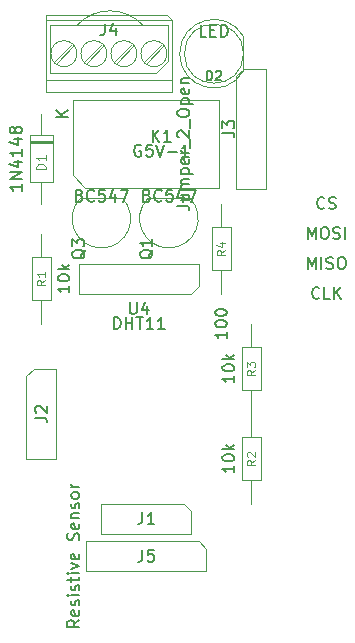
<source format=gbr>
G04 #@! TF.GenerationSoftware,KiCad,Pcbnew,5.1.5-52549c5~86~ubuntu18.04.1*
G04 #@! TF.CreationDate,2020-03-29T17:49:25+00:00*
G04 #@! TF.ProjectId,PIS,5049532e-6b69-4636-9164-5f7063625858,rev?*
G04 #@! TF.SameCoordinates,Original*
G04 #@! TF.FileFunction,Other,Fab,Top*
%FSLAX46Y46*%
G04 Gerber Fmt 4.6, Leading zero omitted, Abs format (unit mm)*
G04 Created by KiCad (PCBNEW 5.1.5-52549c5~86~ubuntu18.04.1) date 2020-03-29 17:49:25*
%MOMM*%
%LPD*%
G04 APERTURE LIST*
%ADD10C,0.100000*%
%ADD11C,0.120000*%
%ADD12C,0.150000*%
%ADD13C,0.108000*%
%ADD14C,0.200000*%
G04 APERTURE END LIST*
D10*
X125029000Y-107515000D02*
X126564000Y-105980000D01*
X124895000Y-107380000D02*
X126430000Y-105845000D01*
X127569000Y-107515000D02*
X129104000Y-105980000D01*
X127435000Y-107380000D02*
X128970000Y-105845000D01*
X130109000Y-107515000D02*
X131644000Y-105980000D01*
X129975000Y-107380000D02*
X131510000Y-105845000D01*
X132649000Y-107515000D02*
X134185000Y-105980000D01*
X132515000Y-107380000D02*
X134051000Y-105845000D01*
X134850000Y-108930000D02*
X124230000Y-108930000D01*
X134850000Y-103830000D02*
X124230000Y-103830000D01*
X134850000Y-103830000D02*
X134850000Y-109930000D01*
X134450000Y-103430000D02*
X134850000Y-103830000D01*
X124230000Y-103430000D02*
X134450000Y-103430000D01*
X124230000Y-109930000D02*
X124230000Y-103430000D01*
X134850000Y-109930000D02*
X124230000Y-109930000D01*
X126830000Y-106680000D02*
G75*
G03X126830000Y-106680000I-1100000J0D01*
G01*
X129370000Y-106680000D02*
G75*
G03X129370000Y-106680000I-1100000J0D01*
G01*
X131910000Y-106680000D02*
G75*
G03X131910000Y-106680000I-1100000J0D01*
G01*
X134450000Y-106680000D02*
G75*
G03X134450000Y-106680000I-1100000J0D01*
G01*
X133550000Y-108280000D02*
X134550000Y-107280000D01*
X132393034Y-104243855D02*
G75*
G03X126880000Y-104230000I-2763034J-2586145D01*
G01*
X134550000Y-104280000D02*
X134550000Y-107280000D01*
X124550000Y-104280000D02*
X134550000Y-104280000D01*
X124550000Y-108280000D02*
X124550000Y-104280000D01*
X133550000Y-108280000D02*
X124550000Y-108280000D01*
X137160000Y-147955000D02*
X137795000Y-148590000D01*
X127635000Y-147955000D02*
X137160000Y-147955000D01*
X127635000Y-150495000D02*
X127635000Y-147955000D01*
X137795000Y-150495000D02*
X127635000Y-150495000D01*
X137795000Y-148590000D02*
X137795000Y-150495000D01*
X127000000Y-124460000D02*
X137160000Y-124460000D01*
X127000000Y-127000000D02*
X127000000Y-124460000D01*
X136525000Y-127000000D02*
X127000000Y-127000000D01*
X137160000Y-126365000D02*
X136525000Y-127000000D01*
X137160000Y-124460000D02*
X137160000Y-126365000D01*
X139065000Y-119380000D02*
X139065000Y-121390000D01*
X139065000Y-127000000D02*
X139065000Y-124990000D01*
X138265000Y-121390000D02*
X138265000Y-124990000D01*
X139865000Y-121390000D02*
X138265000Y-121390000D01*
X139865000Y-124990000D02*
X139865000Y-121390000D01*
X138265000Y-124990000D02*
X139865000Y-124990000D01*
X140930000Y-108149694D02*
X140930000Y-105210306D01*
X140930000Y-106680000D02*
G75*
G03X140930000Y-106680000I-2500000J0D01*
G01*
X140930016Y-105210334D02*
G75*
G03X140930000Y-108149694I-2500016J-1469666D01*
G01*
X136373625Y-118896375D02*
G75*
G02X134620000Y-123130000I-1753625J-1753625D01*
G01*
X132866375Y-118896375D02*
G75*
G03X134620000Y-123130000I1753625J-1753625D01*
G01*
X136390000Y-118900000D02*
X132890000Y-118900000D01*
X124825000Y-114070000D02*
X122825000Y-114070000D01*
X124825000Y-114270000D02*
X122825000Y-114270000D01*
X124825000Y-114170000D02*
X122825000Y-114170000D01*
X123825000Y-119380000D02*
X123825000Y-117570000D01*
X123825000Y-111760000D02*
X123825000Y-113570000D01*
X124825000Y-117570000D02*
X124825000Y-113570000D01*
X122825000Y-117570000D02*
X124825000Y-117570000D01*
X122825000Y-113570000D02*
X122825000Y-117570000D01*
X124825000Y-113570000D02*
X122825000Y-113570000D01*
D11*
X127535000Y-118040000D02*
X126535000Y-116940000D01*
X138835000Y-118040000D02*
X127535000Y-118040000D01*
X138835000Y-110640000D02*
X138835000Y-118040000D01*
X126535000Y-110640000D02*
X138835000Y-110640000D01*
X126535000Y-116940000D02*
X126535000Y-110640000D01*
D10*
X141605000Y-137160000D02*
X141605000Y-135150000D01*
X141605000Y-129540000D02*
X141605000Y-131550000D01*
X142405000Y-135150000D02*
X142405000Y-131550000D01*
X140805000Y-135150000D02*
X142405000Y-135150000D01*
X140805000Y-131550000D02*
X140805000Y-135150000D01*
X142405000Y-131550000D02*
X140805000Y-131550000D01*
X141605000Y-144780000D02*
X141605000Y-142770000D01*
X141605000Y-137160000D02*
X141605000Y-139170000D01*
X142405000Y-142770000D02*
X142405000Y-139170000D01*
X140805000Y-142770000D02*
X142405000Y-142770000D01*
X140805000Y-139170000D02*
X140805000Y-142770000D01*
X142405000Y-139170000D02*
X140805000Y-139170000D01*
X130658625Y-118896375D02*
G75*
G02X128905000Y-123130000I-1753625J-1753625D01*
G01*
X127151375Y-118896375D02*
G75*
G03X128905000Y-123130000I1753625J-1753625D01*
G01*
X130675000Y-118900000D02*
X127175000Y-118900000D01*
X122555000Y-133985000D02*
X123190000Y-133350000D01*
X122555000Y-140970000D02*
X122555000Y-133985000D01*
X125095000Y-140970000D02*
X122555000Y-140970000D01*
X125095000Y-133350000D02*
X125095000Y-140970000D01*
X123190000Y-133350000D02*
X125095000Y-133350000D01*
X135890000Y-144780000D02*
X136525000Y-145415000D01*
X128905000Y-144780000D02*
X135890000Y-144780000D01*
X128905000Y-147320000D02*
X128905000Y-144780000D01*
X136525000Y-147320000D02*
X128905000Y-147320000D01*
X136525000Y-145415000D02*
X136525000Y-147320000D01*
X123825000Y-121920000D02*
X123825000Y-123930000D01*
X123825000Y-129540000D02*
X123825000Y-127530000D01*
X123025000Y-123930000D02*
X123025000Y-127530000D01*
X124625000Y-123930000D02*
X123025000Y-123930000D01*
X124625000Y-127530000D02*
X124625000Y-123930000D01*
X123025000Y-127530000D02*
X124625000Y-127530000D01*
X140335000Y-108585000D02*
X140970000Y-107950000D01*
X140335000Y-118110000D02*
X140335000Y-108585000D01*
X142875000Y-118110000D02*
X140335000Y-118110000D01*
X142875000Y-107950000D02*
X142875000Y-118110000D01*
X140970000Y-107950000D02*
X142875000Y-107950000D01*
D12*
X135337380Y-119561904D02*
X136051666Y-119561904D01*
X136194523Y-119609523D01*
X136289761Y-119704761D01*
X136337380Y-119847619D01*
X136337380Y-119942857D01*
X135670714Y-118657142D02*
X136337380Y-118657142D01*
X135670714Y-119085714D02*
X136194523Y-119085714D01*
X136289761Y-119038095D01*
X136337380Y-118942857D01*
X136337380Y-118800000D01*
X136289761Y-118704761D01*
X136242142Y-118657142D01*
X136337380Y-118180952D02*
X135670714Y-118180952D01*
X135765952Y-118180952D02*
X135718333Y-118133333D01*
X135670714Y-118038095D01*
X135670714Y-117895238D01*
X135718333Y-117800000D01*
X135813571Y-117752380D01*
X136337380Y-117752380D01*
X135813571Y-117752380D02*
X135718333Y-117704761D01*
X135670714Y-117609523D01*
X135670714Y-117466666D01*
X135718333Y-117371428D01*
X135813571Y-117323809D01*
X136337380Y-117323809D01*
X135670714Y-116847619D02*
X136670714Y-116847619D01*
X135718333Y-116847619D02*
X135670714Y-116752380D01*
X135670714Y-116561904D01*
X135718333Y-116466666D01*
X135765952Y-116419047D01*
X135861190Y-116371428D01*
X136146904Y-116371428D01*
X136242142Y-116419047D01*
X136289761Y-116466666D01*
X136337380Y-116561904D01*
X136337380Y-116752380D01*
X136289761Y-116847619D01*
X136289761Y-115561904D02*
X136337380Y-115657142D01*
X136337380Y-115847619D01*
X136289761Y-115942857D01*
X136194523Y-115990476D01*
X135813571Y-115990476D01*
X135718333Y-115942857D01*
X135670714Y-115847619D01*
X135670714Y-115657142D01*
X135718333Y-115561904D01*
X135813571Y-115514285D01*
X135908809Y-115514285D01*
X136004047Y-115990476D01*
X136337380Y-115085714D02*
X135670714Y-115085714D01*
X135861190Y-115085714D02*
X135765952Y-115038095D01*
X135718333Y-114990476D01*
X135670714Y-114895238D01*
X135670714Y-114800000D01*
X136432619Y-114704761D02*
X136432619Y-113942857D01*
X135432619Y-113752380D02*
X135385000Y-113704761D01*
X135337380Y-113609523D01*
X135337380Y-113371428D01*
X135385000Y-113276190D01*
X135432619Y-113228571D01*
X135527857Y-113180952D01*
X135623095Y-113180952D01*
X135765952Y-113228571D01*
X136337380Y-113800000D01*
X136337380Y-113180952D01*
X136432619Y-112990476D02*
X136432619Y-112228571D01*
X135337380Y-111800000D02*
X135337380Y-111609523D01*
X135385000Y-111514285D01*
X135480238Y-111419047D01*
X135670714Y-111371428D01*
X136004047Y-111371428D01*
X136194523Y-111419047D01*
X136289761Y-111514285D01*
X136337380Y-111609523D01*
X136337380Y-111800000D01*
X136289761Y-111895238D01*
X136194523Y-111990476D01*
X136004047Y-112038095D01*
X135670714Y-112038095D01*
X135480238Y-111990476D01*
X135385000Y-111895238D01*
X135337380Y-111800000D01*
X135670714Y-110942857D02*
X136670714Y-110942857D01*
X135718333Y-110942857D02*
X135670714Y-110847619D01*
X135670714Y-110657142D01*
X135718333Y-110561904D01*
X135765952Y-110514285D01*
X135861190Y-110466666D01*
X136146904Y-110466666D01*
X136242142Y-110514285D01*
X136289761Y-110561904D01*
X136337380Y-110657142D01*
X136337380Y-110847619D01*
X136289761Y-110942857D01*
X136289761Y-109657142D02*
X136337380Y-109752380D01*
X136337380Y-109942857D01*
X136289761Y-110038095D01*
X136194523Y-110085714D01*
X135813571Y-110085714D01*
X135718333Y-110038095D01*
X135670714Y-109942857D01*
X135670714Y-109752380D01*
X135718333Y-109657142D01*
X135813571Y-109609523D01*
X135908809Y-109609523D01*
X136004047Y-110085714D01*
X135670714Y-109180952D02*
X136337380Y-109180952D01*
X135765952Y-109180952D02*
X135718333Y-109133333D01*
X135670714Y-109038095D01*
X135670714Y-108895238D01*
X135718333Y-108800000D01*
X135813571Y-108752380D01*
X136337380Y-108752380D01*
X129206666Y-104132380D02*
X129206666Y-104846666D01*
X129159047Y-104989523D01*
X129063809Y-105084761D01*
X128920952Y-105132380D01*
X128825714Y-105132380D01*
X130111428Y-104465714D02*
X130111428Y-105132380D01*
X129873333Y-104084761D02*
X129635238Y-104799047D01*
X130254285Y-104799047D01*
X127027380Y-154629761D02*
X126551190Y-154963095D01*
X127027380Y-155201190D02*
X126027380Y-155201190D01*
X126027380Y-154820238D01*
X126075000Y-154725000D01*
X126122619Y-154677380D01*
X126217857Y-154629761D01*
X126360714Y-154629761D01*
X126455952Y-154677380D01*
X126503571Y-154725000D01*
X126551190Y-154820238D01*
X126551190Y-155201190D01*
X126979761Y-153820238D02*
X127027380Y-153915476D01*
X127027380Y-154105952D01*
X126979761Y-154201190D01*
X126884523Y-154248809D01*
X126503571Y-154248809D01*
X126408333Y-154201190D01*
X126360714Y-154105952D01*
X126360714Y-153915476D01*
X126408333Y-153820238D01*
X126503571Y-153772619D01*
X126598809Y-153772619D01*
X126694047Y-154248809D01*
X126979761Y-153391666D02*
X127027380Y-153296428D01*
X127027380Y-153105952D01*
X126979761Y-153010714D01*
X126884523Y-152963095D01*
X126836904Y-152963095D01*
X126741666Y-153010714D01*
X126694047Y-153105952D01*
X126694047Y-153248809D01*
X126646428Y-153344047D01*
X126551190Y-153391666D01*
X126503571Y-153391666D01*
X126408333Y-153344047D01*
X126360714Y-153248809D01*
X126360714Y-153105952D01*
X126408333Y-153010714D01*
X127027380Y-152534523D02*
X126360714Y-152534523D01*
X126027380Y-152534523D02*
X126075000Y-152582142D01*
X126122619Y-152534523D01*
X126075000Y-152486904D01*
X126027380Y-152534523D01*
X126122619Y-152534523D01*
X126979761Y-152105952D02*
X127027380Y-152010714D01*
X127027380Y-151820238D01*
X126979761Y-151725000D01*
X126884523Y-151677380D01*
X126836904Y-151677380D01*
X126741666Y-151725000D01*
X126694047Y-151820238D01*
X126694047Y-151963095D01*
X126646428Y-152058333D01*
X126551190Y-152105952D01*
X126503571Y-152105952D01*
X126408333Y-152058333D01*
X126360714Y-151963095D01*
X126360714Y-151820238D01*
X126408333Y-151725000D01*
X126360714Y-151391666D02*
X126360714Y-151010714D01*
X126027380Y-151248809D02*
X126884523Y-151248809D01*
X126979761Y-151201190D01*
X127027380Y-151105952D01*
X127027380Y-151010714D01*
X127027380Y-150677380D02*
X126360714Y-150677380D01*
X126027380Y-150677380D02*
X126075000Y-150725000D01*
X126122619Y-150677380D01*
X126075000Y-150629761D01*
X126027380Y-150677380D01*
X126122619Y-150677380D01*
X126360714Y-150296428D02*
X127027380Y-150058333D01*
X126360714Y-149820238D01*
X126979761Y-149058333D02*
X127027380Y-149153571D01*
X127027380Y-149344047D01*
X126979761Y-149439285D01*
X126884523Y-149486904D01*
X126503571Y-149486904D01*
X126408333Y-149439285D01*
X126360714Y-149344047D01*
X126360714Y-149153571D01*
X126408333Y-149058333D01*
X126503571Y-149010714D01*
X126598809Y-149010714D01*
X126694047Y-149486904D01*
X126979761Y-147867857D02*
X127027380Y-147725000D01*
X127027380Y-147486904D01*
X126979761Y-147391666D01*
X126932142Y-147344047D01*
X126836904Y-147296428D01*
X126741666Y-147296428D01*
X126646428Y-147344047D01*
X126598809Y-147391666D01*
X126551190Y-147486904D01*
X126503571Y-147677380D01*
X126455952Y-147772619D01*
X126408333Y-147820238D01*
X126313095Y-147867857D01*
X126217857Y-147867857D01*
X126122619Y-147820238D01*
X126075000Y-147772619D01*
X126027380Y-147677380D01*
X126027380Y-147439285D01*
X126075000Y-147296428D01*
X126979761Y-146486904D02*
X127027380Y-146582142D01*
X127027380Y-146772619D01*
X126979761Y-146867857D01*
X126884523Y-146915476D01*
X126503571Y-146915476D01*
X126408333Y-146867857D01*
X126360714Y-146772619D01*
X126360714Y-146582142D01*
X126408333Y-146486904D01*
X126503571Y-146439285D01*
X126598809Y-146439285D01*
X126694047Y-146915476D01*
X126360714Y-146010714D02*
X127027380Y-146010714D01*
X126455952Y-146010714D02*
X126408333Y-145963095D01*
X126360714Y-145867857D01*
X126360714Y-145725000D01*
X126408333Y-145629761D01*
X126503571Y-145582142D01*
X127027380Y-145582142D01*
X126979761Y-145153571D02*
X127027380Y-145058333D01*
X127027380Y-144867857D01*
X126979761Y-144772619D01*
X126884523Y-144725000D01*
X126836904Y-144725000D01*
X126741666Y-144772619D01*
X126694047Y-144867857D01*
X126694047Y-145010714D01*
X126646428Y-145105952D01*
X126551190Y-145153571D01*
X126503571Y-145153571D01*
X126408333Y-145105952D01*
X126360714Y-145010714D01*
X126360714Y-144867857D01*
X126408333Y-144772619D01*
X127027380Y-144153571D02*
X126979761Y-144248809D01*
X126932142Y-144296428D01*
X126836904Y-144344047D01*
X126551190Y-144344047D01*
X126455952Y-144296428D01*
X126408333Y-144248809D01*
X126360714Y-144153571D01*
X126360714Y-144010714D01*
X126408333Y-143915476D01*
X126455952Y-143867857D01*
X126551190Y-143820238D01*
X126836904Y-143820238D01*
X126932142Y-143867857D01*
X126979761Y-143915476D01*
X127027380Y-144010714D01*
X127027380Y-144153571D01*
X127027380Y-143391666D02*
X126360714Y-143391666D01*
X126551190Y-143391666D02*
X126455952Y-143344047D01*
X126408333Y-143296428D01*
X126360714Y-143201190D01*
X126360714Y-143105952D01*
X132381666Y-148677380D02*
X132381666Y-149391666D01*
X132334047Y-149534523D01*
X132238809Y-149629761D01*
X132095952Y-149677380D01*
X132000714Y-149677380D01*
X133334047Y-148677380D02*
X132857857Y-148677380D01*
X132810238Y-149153571D01*
X132857857Y-149105952D01*
X132953095Y-149058333D01*
X133191190Y-149058333D01*
X133286428Y-149105952D01*
X133334047Y-149153571D01*
X133381666Y-149248809D01*
X133381666Y-149486904D01*
X133334047Y-149582142D01*
X133286428Y-149629761D01*
X133191190Y-149677380D01*
X132953095Y-149677380D01*
X132857857Y-149629761D01*
X132810238Y-149582142D01*
X129960952Y-129992380D02*
X129960952Y-128992380D01*
X130199047Y-128992380D01*
X130341904Y-129040000D01*
X130437142Y-129135238D01*
X130484761Y-129230476D01*
X130532380Y-129420952D01*
X130532380Y-129563809D01*
X130484761Y-129754285D01*
X130437142Y-129849523D01*
X130341904Y-129944761D01*
X130199047Y-129992380D01*
X129960952Y-129992380D01*
X130960952Y-129992380D02*
X130960952Y-128992380D01*
X130960952Y-129468571D02*
X131532380Y-129468571D01*
X131532380Y-129992380D02*
X131532380Y-128992380D01*
X131865714Y-128992380D02*
X132437142Y-128992380D01*
X132151428Y-129992380D02*
X132151428Y-128992380D01*
X133294285Y-129992380D02*
X132722857Y-129992380D01*
X133008571Y-129992380D02*
X133008571Y-128992380D01*
X132913333Y-129135238D01*
X132818095Y-129230476D01*
X132722857Y-129278095D01*
X134246666Y-129992380D02*
X133675238Y-129992380D01*
X133960952Y-129992380D02*
X133960952Y-128992380D01*
X133865714Y-129135238D01*
X133770476Y-129230476D01*
X133675238Y-129278095D01*
X131318095Y-127722380D02*
X131318095Y-128531904D01*
X131365714Y-128627142D01*
X131413333Y-128674761D01*
X131508571Y-128722380D01*
X131699047Y-128722380D01*
X131794285Y-128674761D01*
X131841904Y-128627142D01*
X131889523Y-128531904D01*
X131889523Y-127722380D01*
X132794285Y-128055714D02*
X132794285Y-128722380D01*
X132556190Y-127674761D02*
X132318095Y-128389047D01*
X132937142Y-128389047D01*
X147788333Y-119737142D02*
X147740714Y-119784761D01*
X147597857Y-119832380D01*
X147502619Y-119832380D01*
X147359761Y-119784761D01*
X147264523Y-119689523D01*
X147216904Y-119594285D01*
X147169285Y-119403809D01*
X147169285Y-119260952D01*
X147216904Y-119070476D01*
X147264523Y-118975238D01*
X147359761Y-118880000D01*
X147502619Y-118832380D01*
X147597857Y-118832380D01*
X147740714Y-118880000D01*
X147788333Y-118927619D01*
X148169285Y-119784761D02*
X148312142Y-119832380D01*
X148550238Y-119832380D01*
X148645476Y-119784761D01*
X148693095Y-119737142D01*
X148740714Y-119641904D01*
X148740714Y-119546666D01*
X148693095Y-119451428D01*
X148645476Y-119403809D01*
X148550238Y-119356190D01*
X148359761Y-119308571D01*
X148264523Y-119260952D01*
X148216904Y-119213333D01*
X148169285Y-119118095D01*
X148169285Y-119022857D01*
X148216904Y-118927619D01*
X148264523Y-118880000D01*
X148359761Y-118832380D01*
X148597857Y-118832380D01*
X148740714Y-118880000D01*
X146383571Y-122372380D02*
X146383571Y-121372380D01*
X146716904Y-122086666D01*
X147050238Y-121372380D01*
X147050238Y-122372380D01*
X147716904Y-121372380D02*
X147907380Y-121372380D01*
X148002619Y-121420000D01*
X148097857Y-121515238D01*
X148145476Y-121705714D01*
X148145476Y-122039047D01*
X148097857Y-122229523D01*
X148002619Y-122324761D01*
X147907380Y-122372380D01*
X147716904Y-122372380D01*
X147621666Y-122324761D01*
X147526428Y-122229523D01*
X147478809Y-122039047D01*
X147478809Y-121705714D01*
X147526428Y-121515238D01*
X147621666Y-121420000D01*
X147716904Y-121372380D01*
X148526428Y-122324761D02*
X148669285Y-122372380D01*
X148907380Y-122372380D01*
X149002619Y-122324761D01*
X149050238Y-122277142D01*
X149097857Y-122181904D01*
X149097857Y-122086666D01*
X149050238Y-121991428D01*
X149002619Y-121943809D01*
X148907380Y-121896190D01*
X148716904Y-121848571D01*
X148621666Y-121800952D01*
X148574047Y-121753333D01*
X148526428Y-121658095D01*
X148526428Y-121562857D01*
X148574047Y-121467619D01*
X148621666Y-121420000D01*
X148716904Y-121372380D01*
X148955000Y-121372380D01*
X149097857Y-121420000D01*
X149526428Y-122372380D02*
X149526428Y-121372380D01*
X146383571Y-124912380D02*
X146383571Y-123912380D01*
X146716904Y-124626666D01*
X147050238Y-123912380D01*
X147050238Y-124912380D01*
X147526428Y-124912380D02*
X147526428Y-123912380D01*
X147955000Y-124864761D02*
X148097857Y-124912380D01*
X148335952Y-124912380D01*
X148431190Y-124864761D01*
X148478809Y-124817142D01*
X148526428Y-124721904D01*
X148526428Y-124626666D01*
X148478809Y-124531428D01*
X148431190Y-124483809D01*
X148335952Y-124436190D01*
X148145476Y-124388571D01*
X148050238Y-124340952D01*
X148002619Y-124293333D01*
X147955000Y-124198095D01*
X147955000Y-124102857D01*
X148002619Y-124007619D01*
X148050238Y-123960000D01*
X148145476Y-123912380D01*
X148383571Y-123912380D01*
X148526428Y-123960000D01*
X149145476Y-123912380D02*
X149335952Y-123912380D01*
X149431190Y-123960000D01*
X149526428Y-124055238D01*
X149574047Y-124245714D01*
X149574047Y-124579047D01*
X149526428Y-124769523D01*
X149431190Y-124864761D01*
X149335952Y-124912380D01*
X149145476Y-124912380D01*
X149050238Y-124864761D01*
X148955000Y-124769523D01*
X148907380Y-124579047D01*
X148907380Y-124245714D01*
X148955000Y-124055238D01*
X149050238Y-123960000D01*
X149145476Y-123912380D01*
X147359761Y-127357142D02*
X147312142Y-127404761D01*
X147169285Y-127452380D01*
X147074047Y-127452380D01*
X146931190Y-127404761D01*
X146835952Y-127309523D01*
X146788333Y-127214285D01*
X146740714Y-127023809D01*
X146740714Y-126880952D01*
X146788333Y-126690476D01*
X146835952Y-126595238D01*
X146931190Y-126500000D01*
X147074047Y-126452380D01*
X147169285Y-126452380D01*
X147312142Y-126500000D01*
X147359761Y-126547619D01*
X148264523Y-127452380D02*
X147788333Y-127452380D01*
X147788333Y-126452380D01*
X148597857Y-127452380D02*
X148597857Y-126452380D01*
X149169285Y-127452380D02*
X148740714Y-126880952D01*
X149169285Y-126452380D02*
X148597857Y-127023809D01*
X139517380Y-130206666D02*
X139517380Y-130778095D01*
X139517380Y-130492380D02*
X138517380Y-130492380D01*
X138660238Y-130587619D01*
X138755476Y-130682857D01*
X138803095Y-130778095D01*
X138517380Y-129587619D02*
X138517380Y-129492380D01*
X138565000Y-129397142D01*
X138612619Y-129349523D01*
X138707857Y-129301904D01*
X138898333Y-129254285D01*
X139136428Y-129254285D01*
X139326904Y-129301904D01*
X139422142Y-129349523D01*
X139469761Y-129397142D01*
X139517380Y-129492380D01*
X139517380Y-129587619D01*
X139469761Y-129682857D01*
X139422142Y-129730476D01*
X139326904Y-129778095D01*
X139136428Y-129825714D01*
X138898333Y-129825714D01*
X138707857Y-129778095D01*
X138612619Y-129730476D01*
X138565000Y-129682857D01*
X138517380Y-129587619D01*
X138517380Y-128635238D02*
X138517380Y-128540000D01*
X138565000Y-128444761D01*
X138612619Y-128397142D01*
X138707857Y-128349523D01*
X138898333Y-128301904D01*
X139136428Y-128301904D01*
X139326904Y-128349523D01*
X139422142Y-128397142D01*
X139469761Y-128444761D01*
X139517380Y-128540000D01*
X139517380Y-128635238D01*
X139469761Y-128730476D01*
X139422142Y-128778095D01*
X139326904Y-128825714D01*
X139136428Y-128873333D01*
X138898333Y-128873333D01*
X138707857Y-128825714D01*
X138612619Y-128778095D01*
X138565000Y-128730476D01*
X138517380Y-128635238D01*
D13*
X139390714Y-123310000D02*
X139047857Y-123550000D01*
X139390714Y-123721428D02*
X138670714Y-123721428D01*
X138670714Y-123447142D01*
X138705000Y-123378571D01*
X138739285Y-123344285D01*
X138807857Y-123310000D01*
X138910714Y-123310000D01*
X138979285Y-123344285D01*
X139013571Y-123378571D01*
X139047857Y-123447142D01*
X139047857Y-123721428D01*
X138910714Y-122692857D02*
X139390714Y-122692857D01*
X138636428Y-122864285D02*
X139150714Y-123035714D01*
X139150714Y-122590000D01*
D12*
X137787142Y-105227380D02*
X137310952Y-105227380D01*
X137310952Y-104227380D01*
X138120476Y-104703571D02*
X138453809Y-104703571D01*
X138596666Y-105227380D02*
X138120476Y-105227380D01*
X138120476Y-104227380D01*
X138596666Y-104227380D01*
X139025238Y-105227380D02*
X139025238Y-104227380D01*
X139263333Y-104227380D01*
X139406190Y-104275000D01*
X139501428Y-104370238D01*
X139549047Y-104465476D01*
X139596666Y-104655952D01*
X139596666Y-104798809D01*
X139549047Y-104989285D01*
X139501428Y-105084523D01*
X139406190Y-105179761D01*
X139263333Y-105227380D01*
X139025238Y-105227380D01*
D14*
X137839523Y-108946904D02*
X137839523Y-108146904D01*
X138030000Y-108146904D01*
X138144285Y-108185000D01*
X138220476Y-108261190D01*
X138258571Y-108337380D01*
X138296666Y-108489761D01*
X138296666Y-108604047D01*
X138258571Y-108756428D01*
X138220476Y-108832619D01*
X138144285Y-108908809D01*
X138030000Y-108946904D01*
X137839523Y-108946904D01*
X138601428Y-108223095D02*
X138639523Y-108185000D01*
X138715714Y-108146904D01*
X138906190Y-108146904D01*
X138982380Y-108185000D01*
X139020476Y-108223095D01*
X139058571Y-108299285D01*
X139058571Y-108375476D01*
X139020476Y-108489761D01*
X138563333Y-108946904D01*
X139058571Y-108946904D01*
D12*
X132762857Y-118673571D02*
X132905714Y-118721190D01*
X132953333Y-118768809D01*
X133000952Y-118864047D01*
X133000952Y-119006904D01*
X132953333Y-119102142D01*
X132905714Y-119149761D01*
X132810476Y-119197380D01*
X132429523Y-119197380D01*
X132429523Y-118197380D01*
X132762857Y-118197380D01*
X132858095Y-118245000D01*
X132905714Y-118292619D01*
X132953333Y-118387857D01*
X132953333Y-118483095D01*
X132905714Y-118578333D01*
X132858095Y-118625952D01*
X132762857Y-118673571D01*
X132429523Y-118673571D01*
X134000952Y-119102142D02*
X133953333Y-119149761D01*
X133810476Y-119197380D01*
X133715238Y-119197380D01*
X133572380Y-119149761D01*
X133477142Y-119054523D01*
X133429523Y-118959285D01*
X133381904Y-118768809D01*
X133381904Y-118625952D01*
X133429523Y-118435476D01*
X133477142Y-118340238D01*
X133572380Y-118245000D01*
X133715238Y-118197380D01*
X133810476Y-118197380D01*
X133953333Y-118245000D01*
X134000952Y-118292619D01*
X134905714Y-118197380D02*
X134429523Y-118197380D01*
X134381904Y-118673571D01*
X134429523Y-118625952D01*
X134524761Y-118578333D01*
X134762857Y-118578333D01*
X134858095Y-118625952D01*
X134905714Y-118673571D01*
X134953333Y-118768809D01*
X134953333Y-119006904D01*
X134905714Y-119102142D01*
X134858095Y-119149761D01*
X134762857Y-119197380D01*
X134524761Y-119197380D01*
X134429523Y-119149761D01*
X134381904Y-119102142D01*
X135810476Y-118530714D02*
X135810476Y-119197380D01*
X135572380Y-118149761D02*
X135334285Y-118864047D01*
X135953333Y-118864047D01*
X136239047Y-118197380D02*
X136905714Y-118197380D01*
X136477142Y-119197380D01*
X133262619Y-123285238D02*
X133215000Y-123380476D01*
X133119761Y-123475714D01*
X132976904Y-123618571D01*
X132929285Y-123713809D01*
X132929285Y-123809047D01*
X133167380Y-123761428D02*
X133119761Y-123856666D01*
X133024523Y-123951904D01*
X132834047Y-123999523D01*
X132500714Y-123999523D01*
X132310238Y-123951904D01*
X132215000Y-123856666D01*
X132167380Y-123761428D01*
X132167380Y-123570952D01*
X132215000Y-123475714D01*
X132310238Y-123380476D01*
X132500714Y-123332857D01*
X132834047Y-123332857D01*
X133024523Y-123380476D01*
X133119761Y-123475714D01*
X133167380Y-123570952D01*
X133167380Y-123761428D01*
X133167380Y-122380476D02*
X133167380Y-122951904D01*
X133167380Y-122666190D02*
X132167380Y-122666190D01*
X132310238Y-122761428D01*
X132405476Y-122856666D01*
X132453095Y-122951904D01*
X122157380Y-117712857D02*
X122157380Y-118284285D01*
X122157380Y-117998571D02*
X121157380Y-117998571D01*
X121300238Y-118093809D01*
X121395476Y-118189047D01*
X121443095Y-118284285D01*
X122157380Y-117284285D02*
X121157380Y-117284285D01*
X122157380Y-116712857D01*
X121157380Y-116712857D01*
X121490714Y-115808095D02*
X122157380Y-115808095D01*
X121109761Y-116046190D02*
X121824047Y-116284285D01*
X121824047Y-115665238D01*
X122157380Y-114760476D02*
X122157380Y-115331904D01*
X122157380Y-115046190D02*
X121157380Y-115046190D01*
X121300238Y-115141428D01*
X121395476Y-115236666D01*
X121443095Y-115331904D01*
X121490714Y-113903333D02*
X122157380Y-113903333D01*
X121109761Y-114141428D02*
X121824047Y-114379523D01*
X121824047Y-113760476D01*
X121585952Y-113236666D02*
X121538333Y-113331904D01*
X121490714Y-113379523D01*
X121395476Y-113427142D01*
X121347857Y-113427142D01*
X121252619Y-113379523D01*
X121205000Y-113331904D01*
X121157380Y-113236666D01*
X121157380Y-113046190D01*
X121205000Y-112950952D01*
X121252619Y-112903333D01*
X121347857Y-112855714D01*
X121395476Y-112855714D01*
X121490714Y-112903333D01*
X121538333Y-112950952D01*
X121585952Y-113046190D01*
X121585952Y-113236666D01*
X121633571Y-113331904D01*
X121681190Y-113379523D01*
X121776428Y-113427142D01*
X121966904Y-113427142D01*
X122062142Y-113379523D01*
X122109761Y-113331904D01*
X122157380Y-113236666D01*
X122157380Y-113046190D01*
X122109761Y-112950952D01*
X122062142Y-112903333D01*
X121966904Y-112855714D01*
X121776428Y-112855714D01*
X121681190Y-112903333D01*
X121633571Y-112950952D01*
X121585952Y-113046190D01*
X126077380Y-112021904D02*
X125077380Y-112021904D01*
X126077380Y-111450476D02*
X125505952Y-111879047D01*
X125077380Y-111450476D02*
X125648809Y-112021904D01*
D11*
X124186904Y-116460476D02*
X123386904Y-116460476D01*
X123386904Y-116270000D01*
X123425000Y-116155714D01*
X123501190Y-116079523D01*
X123577380Y-116041428D01*
X123729761Y-116003333D01*
X123844047Y-116003333D01*
X123996428Y-116041428D01*
X124072619Y-116079523D01*
X124148809Y-116155714D01*
X124186904Y-116270000D01*
X124186904Y-116460476D01*
X124186904Y-115241428D02*
X124186904Y-115698571D01*
X124186904Y-115470000D02*
X123386904Y-115470000D01*
X123501190Y-115546190D01*
X123577380Y-115622380D01*
X123615476Y-115698571D01*
D12*
X132246904Y-114435000D02*
X132151666Y-114387380D01*
X132008809Y-114387380D01*
X131865952Y-114435000D01*
X131770714Y-114530238D01*
X131723095Y-114625476D01*
X131675476Y-114815952D01*
X131675476Y-114958809D01*
X131723095Y-115149285D01*
X131770714Y-115244523D01*
X131865952Y-115339761D01*
X132008809Y-115387380D01*
X132104047Y-115387380D01*
X132246904Y-115339761D01*
X132294523Y-115292142D01*
X132294523Y-114958809D01*
X132104047Y-114958809D01*
X133199285Y-114387380D02*
X132723095Y-114387380D01*
X132675476Y-114863571D01*
X132723095Y-114815952D01*
X132818333Y-114768333D01*
X133056428Y-114768333D01*
X133151666Y-114815952D01*
X133199285Y-114863571D01*
X133246904Y-114958809D01*
X133246904Y-115196904D01*
X133199285Y-115292142D01*
X133151666Y-115339761D01*
X133056428Y-115387380D01*
X132818333Y-115387380D01*
X132723095Y-115339761D01*
X132675476Y-115292142D01*
X133532619Y-114387380D02*
X133865952Y-115387380D01*
X134199285Y-114387380D01*
X134532619Y-115006428D02*
X135294523Y-115006428D01*
X136294523Y-115387380D02*
X135723095Y-115387380D01*
X136008809Y-115387380D02*
X136008809Y-114387380D01*
X135913571Y-114530238D01*
X135818333Y-114625476D01*
X135723095Y-114673095D01*
X133246904Y-114117380D02*
X133246904Y-113117380D01*
X133818333Y-114117380D02*
X133389761Y-113545952D01*
X133818333Y-113117380D02*
X133246904Y-113688809D01*
X134770714Y-114117380D02*
X134199285Y-114117380D01*
X134485000Y-114117380D02*
X134485000Y-113117380D01*
X134389761Y-113260238D01*
X134294523Y-113355476D01*
X134199285Y-113403095D01*
X140152380Y-133945238D02*
X140152380Y-134516666D01*
X140152380Y-134230952D02*
X139152380Y-134230952D01*
X139295238Y-134326190D01*
X139390476Y-134421428D01*
X139438095Y-134516666D01*
X139152380Y-133326190D02*
X139152380Y-133230952D01*
X139200000Y-133135714D01*
X139247619Y-133088095D01*
X139342857Y-133040476D01*
X139533333Y-132992857D01*
X139771428Y-132992857D01*
X139961904Y-133040476D01*
X140057142Y-133088095D01*
X140104761Y-133135714D01*
X140152380Y-133230952D01*
X140152380Y-133326190D01*
X140104761Y-133421428D01*
X140057142Y-133469047D01*
X139961904Y-133516666D01*
X139771428Y-133564285D01*
X139533333Y-133564285D01*
X139342857Y-133516666D01*
X139247619Y-133469047D01*
X139200000Y-133421428D01*
X139152380Y-133326190D01*
X140152380Y-132564285D02*
X139152380Y-132564285D01*
X139771428Y-132469047D02*
X140152380Y-132183333D01*
X139485714Y-132183333D02*
X139866666Y-132564285D01*
D13*
X141930714Y-133470000D02*
X141587857Y-133710000D01*
X141930714Y-133881428D02*
X141210714Y-133881428D01*
X141210714Y-133607142D01*
X141245000Y-133538571D01*
X141279285Y-133504285D01*
X141347857Y-133470000D01*
X141450714Y-133470000D01*
X141519285Y-133504285D01*
X141553571Y-133538571D01*
X141587857Y-133607142D01*
X141587857Y-133881428D01*
X141210714Y-133230000D02*
X141210714Y-132784285D01*
X141485000Y-133024285D01*
X141485000Y-132921428D01*
X141519285Y-132852857D01*
X141553571Y-132818571D01*
X141622142Y-132784285D01*
X141793571Y-132784285D01*
X141862142Y-132818571D01*
X141896428Y-132852857D01*
X141930714Y-132921428D01*
X141930714Y-133127142D01*
X141896428Y-133195714D01*
X141862142Y-133230000D01*
D12*
X140137380Y-141565238D02*
X140137380Y-142136666D01*
X140137380Y-141850952D02*
X139137380Y-141850952D01*
X139280238Y-141946190D01*
X139375476Y-142041428D01*
X139423095Y-142136666D01*
X139137380Y-140946190D02*
X139137380Y-140850952D01*
X139185000Y-140755714D01*
X139232619Y-140708095D01*
X139327857Y-140660476D01*
X139518333Y-140612857D01*
X139756428Y-140612857D01*
X139946904Y-140660476D01*
X140042142Y-140708095D01*
X140089761Y-140755714D01*
X140137380Y-140850952D01*
X140137380Y-140946190D01*
X140089761Y-141041428D01*
X140042142Y-141089047D01*
X139946904Y-141136666D01*
X139756428Y-141184285D01*
X139518333Y-141184285D01*
X139327857Y-141136666D01*
X139232619Y-141089047D01*
X139185000Y-141041428D01*
X139137380Y-140946190D01*
X140137380Y-140184285D02*
X139137380Y-140184285D01*
X139756428Y-140089047D02*
X140137380Y-139803333D01*
X139470714Y-139803333D02*
X139851666Y-140184285D01*
D13*
X141930714Y-141090000D02*
X141587857Y-141330000D01*
X141930714Y-141501428D02*
X141210714Y-141501428D01*
X141210714Y-141227142D01*
X141245000Y-141158571D01*
X141279285Y-141124285D01*
X141347857Y-141090000D01*
X141450714Y-141090000D01*
X141519285Y-141124285D01*
X141553571Y-141158571D01*
X141587857Y-141227142D01*
X141587857Y-141501428D01*
X141279285Y-140815714D02*
X141245000Y-140781428D01*
X141210714Y-140712857D01*
X141210714Y-140541428D01*
X141245000Y-140472857D01*
X141279285Y-140438571D01*
X141347857Y-140404285D01*
X141416428Y-140404285D01*
X141519285Y-140438571D01*
X141930714Y-140850000D01*
X141930714Y-140404285D01*
D12*
X127047857Y-118673571D02*
X127190714Y-118721190D01*
X127238333Y-118768809D01*
X127285952Y-118864047D01*
X127285952Y-119006904D01*
X127238333Y-119102142D01*
X127190714Y-119149761D01*
X127095476Y-119197380D01*
X126714523Y-119197380D01*
X126714523Y-118197380D01*
X127047857Y-118197380D01*
X127143095Y-118245000D01*
X127190714Y-118292619D01*
X127238333Y-118387857D01*
X127238333Y-118483095D01*
X127190714Y-118578333D01*
X127143095Y-118625952D01*
X127047857Y-118673571D01*
X126714523Y-118673571D01*
X128285952Y-119102142D02*
X128238333Y-119149761D01*
X128095476Y-119197380D01*
X128000238Y-119197380D01*
X127857380Y-119149761D01*
X127762142Y-119054523D01*
X127714523Y-118959285D01*
X127666904Y-118768809D01*
X127666904Y-118625952D01*
X127714523Y-118435476D01*
X127762142Y-118340238D01*
X127857380Y-118245000D01*
X128000238Y-118197380D01*
X128095476Y-118197380D01*
X128238333Y-118245000D01*
X128285952Y-118292619D01*
X129190714Y-118197380D02*
X128714523Y-118197380D01*
X128666904Y-118673571D01*
X128714523Y-118625952D01*
X128809761Y-118578333D01*
X129047857Y-118578333D01*
X129143095Y-118625952D01*
X129190714Y-118673571D01*
X129238333Y-118768809D01*
X129238333Y-119006904D01*
X129190714Y-119102142D01*
X129143095Y-119149761D01*
X129047857Y-119197380D01*
X128809761Y-119197380D01*
X128714523Y-119149761D01*
X128666904Y-119102142D01*
X130095476Y-118530714D02*
X130095476Y-119197380D01*
X129857380Y-118149761D02*
X129619285Y-118864047D01*
X130238333Y-118864047D01*
X130524047Y-118197380D02*
X131190714Y-118197380D01*
X130762142Y-119197380D01*
X127547619Y-123285238D02*
X127500000Y-123380476D01*
X127404761Y-123475714D01*
X127261904Y-123618571D01*
X127214285Y-123713809D01*
X127214285Y-123809047D01*
X127452380Y-123761428D02*
X127404761Y-123856666D01*
X127309523Y-123951904D01*
X127119047Y-123999523D01*
X126785714Y-123999523D01*
X126595238Y-123951904D01*
X126500000Y-123856666D01*
X126452380Y-123761428D01*
X126452380Y-123570952D01*
X126500000Y-123475714D01*
X126595238Y-123380476D01*
X126785714Y-123332857D01*
X127119047Y-123332857D01*
X127309523Y-123380476D01*
X127404761Y-123475714D01*
X127452380Y-123570952D01*
X127452380Y-123761428D01*
X126452380Y-122999523D02*
X126452380Y-122380476D01*
X126833333Y-122713809D01*
X126833333Y-122570952D01*
X126880952Y-122475714D01*
X126928571Y-122428095D01*
X127023809Y-122380476D01*
X127261904Y-122380476D01*
X127357142Y-122428095D01*
X127404761Y-122475714D01*
X127452380Y-122570952D01*
X127452380Y-122856666D01*
X127404761Y-122951904D01*
X127357142Y-122999523D01*
X123277380Y-137493333D02*
X123991666Y-137493333D01*
X124134523Y-137540952D01*
X124229761Y-137636190D01*
X124277380Y-137779047D01*
X124277380Y-137874285D01*
X123372619Y-137064761D02*
X123325000Y-137017142D01*
X123277380Y-136921904D01*
X123277380Y-136683809D01*
X123325000Y-136588571D01*
X123372619Y-136540952D01*
X123467857Y-136493333D01*
X123563095Y-136493333D01*
X123705952Y-136540952D01*
X124277380Y-137112380D01*
X124277380Y-136493333D01*
X132381666Y-145502380D02*
X132381666Y-146216666D01*
X132334047Y-146359523D01*
X132238809Y-146454761D01*
X132095952Y-146502380D01*
X132000714Y-146502380D01*
X133381666Y-146502380D02*
X132810238Y-146502380D01*
X133095952Y-146502380D02*
X133095952Y-145502380D01*
X133000714Y-145645238D01*
X132905476Y-145740476D01*
X132810238Y-145788095D01*
X126197380Y-126325238D02*
X126197380Y-126896666D01*
X126197380Y-126610952D02*
X125197380Y-126610952D01*
X125340238Y-126706190D01*
X125435476Y-126801428D01*
X125483095Y-126896666D01*
X125197380Y-125706190D02*
X125197380Y-125610952D01*
X125245000Y-125515714D01*
X125292619Y-125468095D01*
X125387857Y-125420476D01*
X125578333Y-125372857D01*
X125816428Y-125372857D01*
X126006904Y-125420476D01*
X126102142Y-125468095D01*
X126149761Y-125515714D01*
X126197380Y-125610952D01*
X126197380Y-125706190D01*
X126149761Y-125801428D01*
X126102142Y-125849047D01*
X126006904Y-125896666D01*
X125816428Y-125944285D01*
X125578333Y-125944285D01*
X125387857Y-125896666D01*
X125292619Y-125849047D01*
X125245000Y-125801428D01*
X125197380Y-125706190D01*
X126197380Y-124944285D02*
X125197380Y-124944285D01*
X125816428Y-124849047D02*
X126197380Y-124563333D01*
X125530714Y-124563333D02*
X125911666Y-124944285D01*
D13*
X124150714Y-125850000D02*
X123807857Y-126090000D01*
X124150714Y-126261428D02*
X123430714Y-126261428D01*
X123430714Y-125987142D01*
X123465000Y-125918571D01*
X123499285Y-125884285D01*
X123567857Y-125850000D01*
X123670714Y-125850000D01*
X123739285Y-125884285D01*
X123773571Y-125918571D01*
X123807857Y-125987142D01*
X123807857Y-126261428D01*
X124150714Y-125164285D02*
X124150714Y-125575714D01*
X124150714Y-125370000D02*
X123430714Y-125370000D01*
X123533571Y-125438571D01*
X123602142Y-125507142D01*
X123636428Y-125575714D01*
D12*
X139152380Y-113363333D02*
X139866666Y-113363333D01*
X140009523Y-113410952D01*
X140104761Y-113506190D01*
X140152380Y-113649047D01*
X140152380Y-113744285D01*
X139152380Y-112982380D02*
X139152380Y-112363333D01*
X139533333Y-112696666D01*
X139533333Y-112553809D01*
X139580952Y-112458571D01*
X139628571Y-112410952D01*
X139723809Y-112363333D01*
X139961904Y-112363333D01*
X140057142Y-112410952D01*
X140104761Y-112458571D01*
X140152380Y-112553809D01*
X140152380Y-112839523D01*
X140104761Y-112934761D01*
X140057142Y-112982380D01*
M02*

</source>
